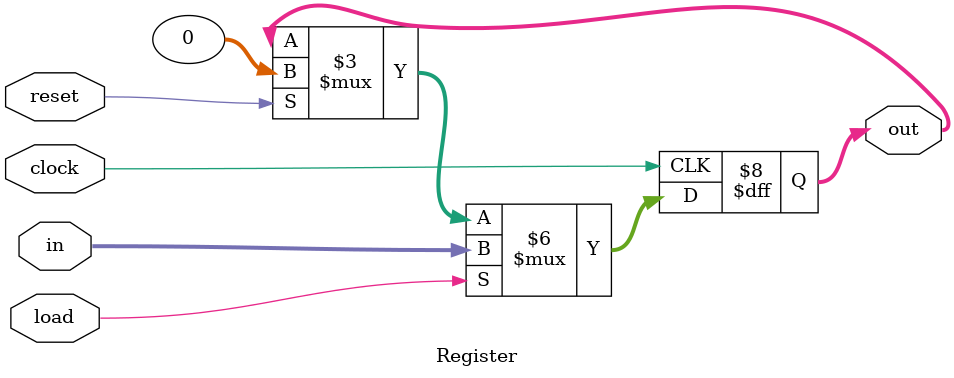
<source format=v>
module Register(in,load,out,clock,reset);
    input [31:0] in;
    input clock,reset,load;
    output [31:0] out;

    reg [31:0] out;
    
    always@(posedge clock) begin
        if(load)begin
            out <= in;
        end else if(reset)begin
            out <= 32'b00000000000000000000000000000000;
        end else begin
            out <= out;
        end
    end
endmodule

</source>
